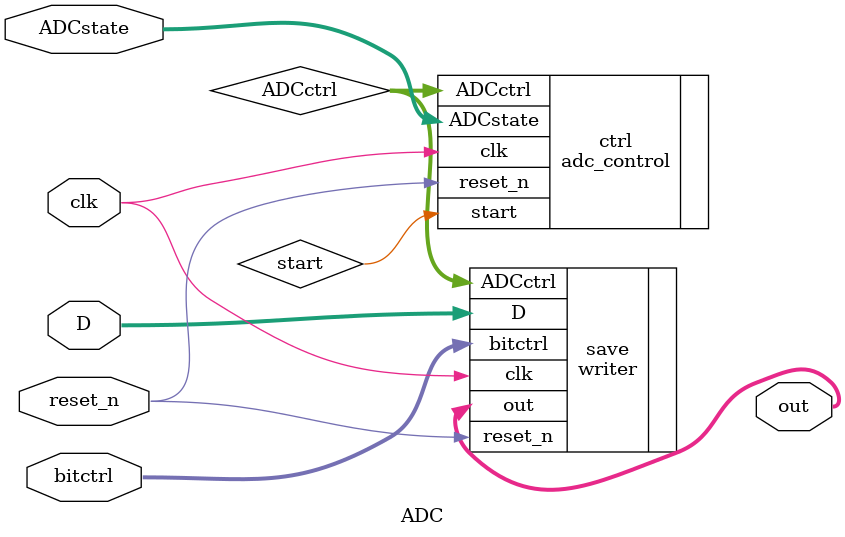
<source format=v>
`timescale 1ns / 1ps


module ADC(
    input clk,
    input reset_n,
    input [9:0] D,
    input [9:0] bitctrl,
    input [1:0] ADCstate,
    output [79:0] out
    );
    
    wire [7:0] ADCctrl;  //which ADC is active
    wire start; //start bit to begin reading
    //wire [9:0] D; //bit from SAR ADC
    //wire [9:0] bitctrl; //which bit is being read
    
    adc_control ctrl (
    .clk(clk),
    .ADCstate(ADCstate),
    .reset_n(reset_n),
    .ADCctrl(ADCctrl),
    .start(start)
    );
    
 /*   SARADC test (
    .clk(clk),
    .start(start),
    .reset_n(reset_n),
    .D(D),
    .bitctrl(bitctrl)
    );*/
    
    writer save (
    .clk(clk),
    .reset_n(reset_n),
    .ADCctrl(ADCctrl),
    .D(D),
    .bitctrl(bitctrl),
    .out(out)
    );
    

    
endmodule
</source>
